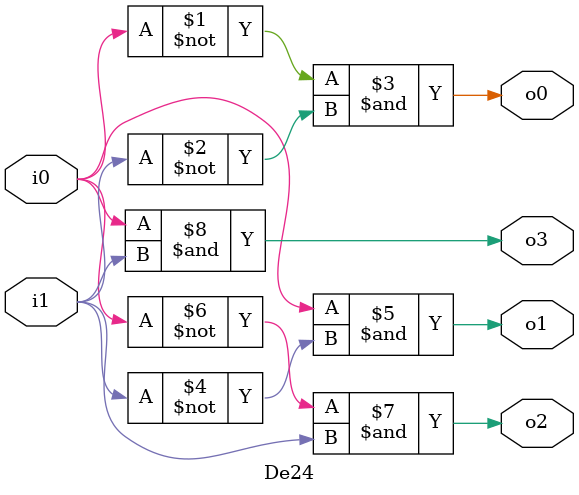
<source format=v>
`timescale 1ns / 1ps


module De24(
    input i0,i1,
    output o0,o1,o2,o3
    );
    assign o0 = ~i0 & ~i1;
    assign o1 = i0 & ~i1;
    assign o2 = ~i0 & i1;
    assign o3 = i0 & i1;
    
endmodule

</source>
